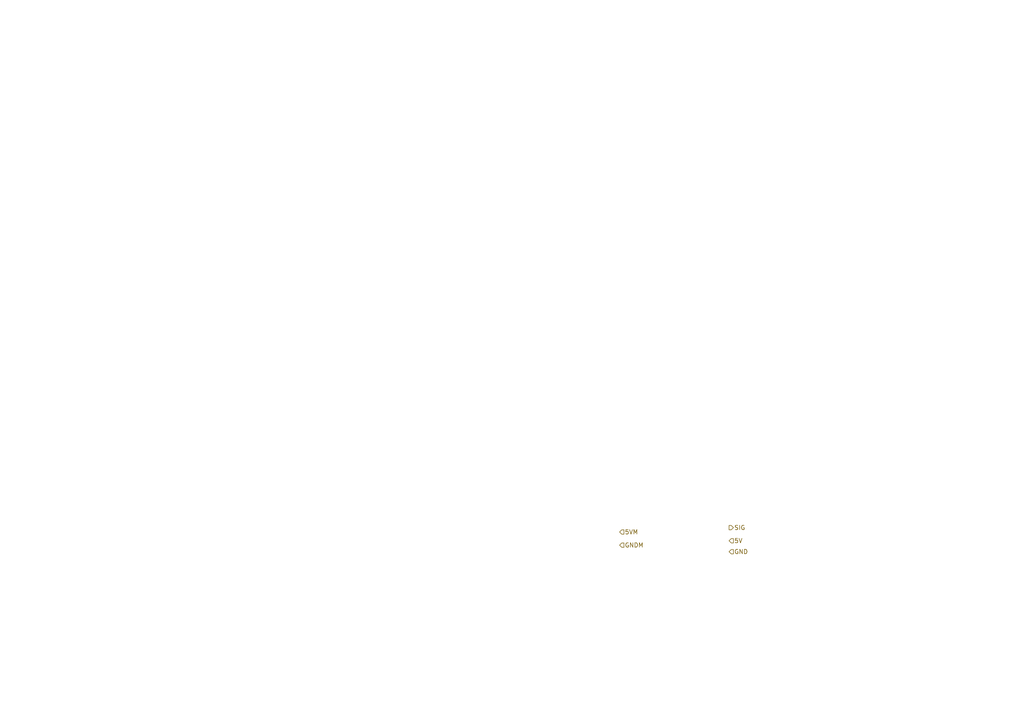
<source format=kicad_sch>
(kicad_sch (version 20230121) (generator eeschema)
  (paper "A4")
  (title_block (title "Team 10: WeMove Robot circuitry") (date "2023-08-03") (rev "v0") (company "University of Cape Town") (comment 1 "Author: Cameron Clark"))
  (lib_symbols)
  (hierarchical_label "GNDM" (shape input) (at 179.705 158.115 0))
  (hierarchical_label "SIG" (shape output) (at 211.455 153.035 0))
  (hierarchical_label "GND" (shape input) (at 211.455 160.02 0))
  (hierarchical_label "5V" (shape input) (at 211.455 156.845 0))
  (hierarchical_label "5VM" (shape input) (at 179.705 154.305 0))
)
</source>
